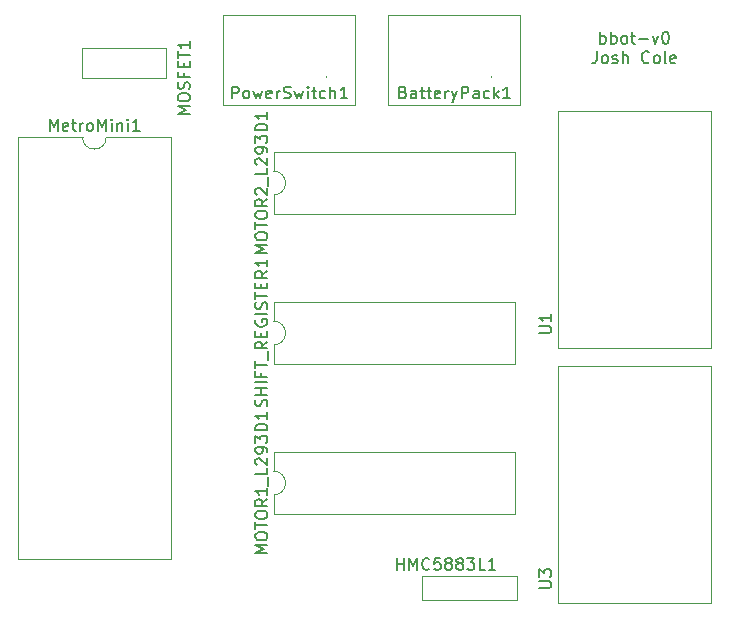
<source format=gbr>
%TF.GenerationSoftware,KiCad,Pcbnew,(5.1.9)-1*%
%TF.CreationDate,2021-04-06T18:47:30-07:00*%
%TF.ProjectId,bbot-pcb,62626f74-2d70-4636-922e-6b696361645f,rev?*%
%TF.SameCoordinates,Original*%
%TF.FileFunction,Legend,Top*%
%TF.FilePolarity,Positive*%
%FSLAX46Y46*%
G04 Gerber Fmt 4.6, Leading zero omitted, Abs format (unit mm)*
G04 Created by KiCad (PCBNEW (5.1.9)-1) date 2021-04-06 18:47:30*
%MOMM*%
%LPD*%
G01*
G04 APERTURE LIST*
%ADD10C,0.150000*%
%ADD11C,0.120000*%
G04 APERTURE END LIST*
D10*
X173649047Y-60587380D02*
X173649047Y-59587380D01*
X173649047Y-59968333D02*
X173744285Y-59920714D01*
X173934761Y-59920714D01*
X174030000Y-59968333D01*
X174077619Y-60015952D01*
X174125238Y-60111190D01*
X174125238Y-60396904D01*
X174077619Y-60492142D01*
X174030000Y-60539761D01*
X173934761Y-60587380D01*
X173744285Y-60587380D01*
X173649047Y-60539761D01*
X174553809Y-60587380D02*
X174553809Y-59587380D01*
X174553809Y-59968333D02*
X174649047Y-59920714D01*
X174839523Y-59920714D01*
X174934761Y-59968333D01*
X174982380Y-60015952D01*
X175030000Y-60111190D01*
X175030000Y-60396904D01*
X174982380Y-60492142D01*
X174934761Y-60539761D01*
X174839523Y-60587380D01*
X174649047Y-60587380D01*
X174553809Y-60539761D01*
X175601428Y-60587380D02*
X175506190Y-60539761D01*
X175458571Y-60492142D01*
X175410952Y-60396904D01*
X175410952Y-60111190D01*
X175458571Y-60015952D01*
X175506190Y-59968333D01*
X175601428Y-59920714D01*
X175744285Y-59920714D01*
X175839523Y-59968333D01*
X175887142Y-60015952D01*
X175934761Y-60111190D01*
X175934761Y-60396904D01*
X175887142Y-60492142D01*
X175839523Y-60539761D01*
X175744285Y-60587380D01*
X175601428Y-60587380D01*
X176220476Y-59920714D02*
X176601428Y-59920714D01*
X176363333Y-59587380D02*
X176363333Y-60444523D01*
X176410952Y-60539761D01*
X176506190Y-60587380D01*
X176601428Y-60587380D01*
X176934761Y-60206428D02*
X177696666Y-60206428D01*
X178077619Y-59920714D02*
X178315714Y-60587380D01*
X178553809Y-59920714D01*
X179125238Y-59587380D02*
X179220476Y-59587380D01*
X179315714Y-59635000D01*
X179363333Y-59682619D01*
X179410952Y-59777857D01*
X179458571Y-59968333D01*
X179458571Y-60206428D01*
X179410952Y-60396904D01*
X179363333Y-60492142D01*
X179315714Y-60539761D01*
X179220476Y-60587380D01*
X179125238Y-60587380D01*
X179030000Y-60539761D01*
X178982380Y-60492142D01*
X178934761Y-60396904D01*
X178887142Y-60206428D01*
X178887142Y-59968333D01*
X178934761Y-59777857D01*
X178982380Y-59682619D01*
X179030000Y-59635000D01*
X179125238Y-59587380D01*
X173339523Y-61237380D02*
X173339523Y-61951666D01*
X173291904Y-62094523D01*
X173196666Y-62189761D01*
X173053809Y-62237380D01*
X172958571Y-62237380D01*
X173958571Y-62237380D02*
X173863333Y-62189761D01*
X173815714Y-62142142D01*
X173768095Y-62046904D01*
X173768095Y-61761190D01*
X173815714Y-61665952D01*
X173863333Y-61618333D01*
X173958571Y-61570714D01*
X174101428Y-61570714D01*
X174196666Y-61618333D01*
X174244285Y-61665952D01*
X174291904Y-61761190D01*
X174291904Y-62046904D01*
X174244285Y-62142142D01*
X174196666Y-62189761D01*
X174101428Y-62237380D01*
X173958571Y-62237380D01*
X174672857Y-62189761D02*
X174768095Y-62237380D01*
X174958571Y-62237380D01*
X175053809Y-62189761D01*
X175101428Y-62094523D01*
X175101428Y-62046904D01*
X175053809Y-61951666D01*
X174958571Y-61904047D01*
X174815714Y-61904047D01*
X174720476Y-61856428D01*
X174672857Y-61761190D01*
X174672857Y-61713571D01*
X174720476Y-61618333D01*
X174815714Y-61570714D01*
X174958571Y-61570714D01*
X175053809Y-61618333D01*
X175530000Y-62237380D02*
X175530000Y-61237380D01*
X175958571Y-62237380D02*
X175958571Y-61713571D01*
X175910952Y-61618333D01*
X175815714Y-61570714D01*
X175672857Y-61570714D01*
X175577619Y-61618333D01*
X175530000Y-61665952D01*
X177768095Y-62142142D02*
X177720476Y-62189761D01*
X177577619Y-62237380D01*
X177482380Y-62237380D01*
X177339523Y-62189761D01*
X177244285Y-62094523D01*
X177196666Y-61999285D01*
X177149047Y-61808809D01*
X177149047Y-61665952D01*
X177196666Y-61475476D01*
X177244285Y-61380238D01*
X177339523Y-61285000D01*
X177482380Y-61237380D01*
X177577619Y-61237380D01*
X177720476Y-61285000D01*
X177768095Y-61332619D01*
X178339523Y-62237380D02*
X178244285Y-62189761D01*
X178196666Y-62142142D01*
X178149047Y-62046904D01*
X178149047Y-61761190D01*
X178196666Y-61665952D01*
X178244285Y-61618333D01*
X178339523Y-61570714D01*
X178482380Y-61570714D01*
X178577619Y-61618333D01*
X178625238Y-61665952D01*
X178672857Y-61761190D01*
X178672857Y-62046904D01*
X178625238Y-62142142D01*
X178577619Y-62189761D01*
X178482380Y-62237380D01*
X178339523Y-62237380D01*
X179244285Y-62237380D02*
X179149047Y-62189761D01*
X179101428Y-62094523D01*
X179101428Y-61237380D01*
X180006190Y-62189761D02*
X179910952Y-62237380D01*
X179720476Y-62237380D01*
X179625238Y-62189761D01*
X179577619Y-62094523D01*
X179577619Y-61713571D01*
X179625238Y-61618333D01*
X179720476Y-61570714D01*
X179910952Y-61570714D01*
X180006190Y-61618333D01*
X180053809Y-61713571D01*
X180053809Y-61808809D01*
X179577619Y-61904047D01*
D11*
%TO.C,BatteryPack1*%
X164390000Y-63430000D02*
X164390000Y-63330000D01*
X155702000Y-58166000D02*
X166878000Y-58166000D01*
X166878000Y-58166000D02*
X166878000Y-65786000D01*
X166878000Y-65786000D02*
X155702000Y-65786000D01*
X155702000Y-65786000D02*
X155702000Y-58166000D01*
%TO.C,PowerSwitch1*%
X150420000Y-63430000D02*
X150420000Y-63330000D01*
X141732000Y-58166000D02*
X152908000Y-58166000D01*
X152908000Y-58166000D02*
X152908000Y-65786000D01*
X152908000Y-65786000D02*
X141732000Y-65786000D01*
X141732000Y-65786000D02*
X141732000Y-58166000D01*
%TO.C,MetroMini1*%
X131810000Y-68520000D02*
G75*
G02*
X129810000Y-68520000I-1000000J0D01*
G01*
X129810000Y-68520000D02*
X124350000Y-68520000D01*
X124350000Y-68520000D02*
X124350000Y-104200000D01*
X124350000Y-104200000D02*
X137270000Y-104200000D01*
X137270000Y-104200000D02*
X137270000Y-68520000D01*
X137270000Y-68520000D02*
X131810000Y-68520000D01*
%TO.C,MOTOR1_L293D1*%
X145990000Y-96790000D02*
G75*
G02*
X145990000Y-98790000I0J-1000000D01*
G01*
X145990000Y-98790000D02*
X145990000Y-100440000D01*
X145990000Y-100440000D02*
X166430000Y-100440000D01*
X166430000Y-100440000D02*
X166430000Y-95140000D01*
X166430000Y-95140000D02*
X145990000Y-95140000D01*
X145990000Y-95140000D02*
X145990000Y-96790000D01*
%TO.C,MOTOR2_L293D1*%
X145990000Y-71390000D02*
G75*
G02*
X145990000Y-73390000I0J-1000000D01*
G01*
X145990000Y-73390000D02*
X145990000Y-75040000D01*
X145990000Y-75040000D02*
X166430000Y-75040000D01*
X166430000Y-75040000D02*
X166430000Y-69740000D01*
X166430000Y-69740000D02*
X145990000Y-69740000D01*
X145990000Y-69740000D02*
X145990000Y-71390000D01*
%TO.C,SHIFT_REGISTER1*%
X145990000Y-84090000D02*
G75*
G02*
X145990000Y-86090000I0J-1000000D01*
G01*
X145990000Y-86090000D02*
X145990000Y-87740000D01*
X145990000Y-87740000D02*
X166430000Y-87740000D01*
X166430000Y-87740000D02*
X166430000Y-82440000D01*
X166430000Y-82440000D02*
X145990000Y-82440000D01*
X145990000Y-82440000D02*
X145990000Y-84090000D01*
%TO.C,U1*%
X170030000Y-86320000D02*
X176530000Y-86320000D01*
X170030000Y-66320000D02*
X170030000Y-86320000D01*
X183030000Y-66320000D02*
X170030000Y-66320000D01*
X183030000Y-86320000D02*
X183030000Y-66320000D01*
X176530000Y-86320000D02*
X183030000Y-86320000D01*
%TO.C,HMC5883L1*%
X166560000Y-105680000D02*
X158560000Y-105680000D01*
X166560000Y-107680000D02*
X166560000Y-105680000D01*
X158560000Y-107680000D02*
X166560000Y-107680000D01*
X158560000Y-105680000D02*
X158560000Y-107680000D01*
%TO.C,U3*%
X170030000Y-107910000D02*
X176530000Y-107910000D01*
X170030000Y-87910000D02*
X170030000Y-107910000D01*
X183030000Y-87910000D02*
X170030000Y-87910000D01*
X183030000Y-107910000D02*
X183030000Y-87910000D01*
X176530000Y-107910000D02*
X183030000Y-107910000D01*
%TO.C,MOSFET1*%
X129794000Y-63500000D02*
X136906000Y-63500000D01*
X129794000Y-60960000D02*
X129794000Y-63500000D01*
X136906000Y-60960000D02*
X129794000Y-60960000D01*
X136906000Y-63500000D02*
X136906000Y-60960000D01*
%TO.C,BatteryPack1*%
D10*
X156956666Y-64698571D02*
X157099523Y-64746190D01*
X157147142Y-64793809D01*
X157194761Y-64889047D01*
X157194761Y-65031904D01*
X157147142Y-65127142D01*
X157099523Y-65174761D01*
X157004285Y-65222380D01*
X156623333Y-65222380D01*
X156623333Y-64222380D01*
X156956666Y-64222380D01*
X157051904Y-64270000D01*
X157099523Y-64317619D01*
X157147142Y-64412857D01*
X157147142Y-64508095D01*
X157099523Y-64603333D01*
X157051904Y-64650952D01*
X156956666Y-64698571D01*
X156623333Y-64698571D01*
X158051904Y-65222380D02*
X158051904Y-64698571D01*
X158004285Y-64603333D01*
X157909047Y-64555714D01*
X157718571Y-64555714D01*
X157623333Y-64603333D01*
X158051904Y-65174761D02*
X157956666Y-65222380D01*
X157718571Y-65222380D01*
X157623333Y-65174761D01*
X157575714Y-65079523D01*
X157575714Y-64984285D01*
X157623333Y-64889047D01*
X157718571Y-64841428D01*
X157956666Y-64841428D01*
X158051904Y-64793809D01*
X158385238Y-64555714D02*
X158766190Y-64555714D01*
X158528095Y-64222380D02*
X158528095Y-65079523D01*
X158575714Y-65174761D01*
X158670952Y-65222380D01*
X158766190Y-65222380D01*
X158956666Y-64555714D02*
X159337619Y-64555714D01*
X159099523Y-64222380D02*
X159099523Y-65079523D01*
X159147142Y-65174761D01*
X159242380Y-65222380D01*
X159337619Y-65222380D01*
X160051904Y-65174761D02*
X159956666Y-65222380D01*
X159766190Y-65222380D01*
X159670952Y-65174761D01*
X159623333Y-65079523D01*
X159623333Y-64698571D01*
X159670952Y-64603333D01*
X159766190Y-64555714D01*
X159956666Y-64555714D01*
X160051904Y-64603333D01*
X160099523Y-64698571D01*
X160099523Y-64793809D01*
X159623333Y-64889047D01*
X160528095Y-65222380D02*
X160528095Y-64555714D01*
X160528095Y-64746190D02*
X160575714Y-64650952D01*
X160623333Y-64603333D01*
X160718571Y-64555714D01*
X160813809Y-64555714D01*
X161051904Y-64555714D02*
X161290000Y-65222380D01*
X161528095Y-64555714D02*
X161290000Y-65222380D01*
X161194761Y-65460476D01*
X161147142Y-65508095D01*
X161051904Y-65555714D01*
X161909047Y-65222380D02*
X161909047Y-64222380D01*
X162290000Y-64222380D01*
X162385238Y-64270000D01*
X162432857Y-64317619D01*
X162480476Y-64412857D01*
X162480476Y-64555714D01*
X162432857Y-64650952D01*
X162385238Y-64698571D01*
X162290000Y-64746190D01*
X161909047Y-64746190D01*
X163337619Y-65222380D02*
X163337619Y-64698571D01*
X163290000Y-64603333D01*
X163194761Y-64555714D01*
X163004285Y-64555714D01*
X162909047Y-64603333D01*
X163337619Y-65174761D02*
X163242380Y-65222380D01*
X163004285Y-65222380D01*
X162909047Y-65174761D01*
X162861428Y-65079523D01*
X162861428Y-64984285D01*
X162909047Y-64889047D01*
X163004285Y-64841428D01*
X163242380Y-64841428D01*
X163337619Y-64793809D01*
X164242380Y-65174761D02*
X164147142Y-65222380D01*
X163956666Y-65222380D01*
X163861428Y-65174761D01*
X163813809Y-65127142D01*
X163766190Y-65031904D01*
X163766190Y-64746190D01*
X163813809Y-64650952D01*
X163861428Y-64603333D01*
X163956666Y-64555714D01*
X164147142Y-64555714D01*
X164242380Y-64603333D01*
X164670952Y-65222380D02*
X164670952Y-64222380D01*
X164766190Y-64841428D02*
X165051904Y-65222380D01*
X165051904Y-64555714D02*
X164670952Y-64936666D01*
X166004285Y-65222380D02*
X165432857Y-65222380D01*
X165718571Y-65222380D02*
X165718571Y-64222380D01*
X165623333Y-64365238D01*
X165528095Y-64460476D01*
X165432857Y-64508095D01*
%TO.C,PowerSwitch1*%
X142462857Y-65222380D02*
X142462857Y-64222380D01*
X142843809Y-64222380D01*
X142939047Y-64270000D01*
X142986666Y-64317619D01*
X143034285Y-64412857D01*
X143034285Y-64555714D01*
X142986666Y-64650952D01*
X142939047Y-64698571D01*
X142843809Y-64746190D01*
X142462857Y-64746190D01*
X143605714Y-65222380D02*
X143510476Y-65174761D01*
X143462857Y-65127142D01*
X143415238Y-65031904D01*
X143415238Y-64746190D01*
X143462857Y-64650952D01*
X143510476Y-64603333D01*
X143605714Y-64555714D01*
X143748571Y-64555714D01*
X143843809Y-64603333D01*
X143891428Y-64650952D01*
X143939047Y-64746190D01*
X143939047Y-65031904D01*
X143891428Y-65127142D01*
X143843809Y-65174761D01*
X143748571Y-65222380D01*
X143605714Y-65222380D01*
X144272380Y-64555714D02*
X144462857Y-65222380D01*
X144653333Y-64746190D01*
X144843809Y-65222380D01*
X145034285Y-64555714D01*
X145796190Y-65174761D02*
X145700952Y-65222380D01*
X145510476Y-65222380D01*
X145415238Y-65174761D01*
X145367619Y-65079523D01*
X145367619Y-64698571D01*
X145415238Y-64603333D01*
X145510476Y-64555714D01*
X145700952Y-64555714D01*
X145796190Y-64603333D01*
X145843809Y-64698571D01*
X145843809Y-64793809D01*
X145367619Y-64889047D01*
X146272380Y-65222380D02*
X146272380Y-64555714D01*
X146272380Y-64746190D02*
X146320000Y-64650952D01*
X146367619Y-64603333D01*
X146462857Y-64555714D01*
X146558095Y-64555714D01*
X146843809Y-65174761D02*
X146986666Y-65222380D01*
X147224761Y-65222380D01*
X147320000Y-65174761D01*
X147367619Y-65127142D01*
X147415238Y-65031904D01*
X147415238Y-64936666D01*
X147367619Y-64841428D01*
X147320000Y-64793809D01*
X147224761Y-64746190D01*
X147034285Y-64698571D01*
X146939047Y-64650952D01*
X146891428Y-64603333D01*
X146843809Y-64508095D01*
X146843809Y-64412857D01*
X146891428Y-64317619D01*
X146939047Y-64270000D01*
X147034285Y-64222380D01*
X147272380Y-64222380D01*
X147415238Y-64270000D01*
X147748571Y-64555714D02*
X147939047Y-65222380D01*
X148129523Y-64746190D01*
X148320000Y-65222380D01*
X148510476Y-64555714D01*
X148891428Y-65222380D02*
X148891428Y-64555714D01*
X148891428Y-64222380D02*
X148843809Y-64270000D01*
X148891428Y-64317619D01*
X148939047Y-64270000D01*
X148891428Y-64222380D01*
X148891428Y-64317619D01*
X149224761Y-64555714D02*
X149605714Y-64555714D01*
X149367619Y-64222380D02*
X149367619Y-65079523D01*
X149415238Y-65174761D01*
X149510476Y-65222380D01*
X149605714Y-65222380D01*
X150367619Y-65174761D02*
X150272380Y-65222380D01*
X150081904Y-65222380D01*
X149986666Y-65174761D01*
X149939047Y-65127142D01*
X149891428Y-65031904D01*
X149891428Y-64746190D01*
X149939047Y-64650952D01*
X149986666Y-64603333D01*
X150081904Y-64555714D01*
X150272380Y-64555714D01*
X150367619Y-64603333D01*
X150796190Y-65222380D02*
X150796190Y-64222380D01*
X151224761Y-65222380D02*
X151224761Y-64698571D01*
X151177142Y-64603333D01*
X151081904Y-64555714D01*
X150939047Y-64555714D01*
X150843809Y-64603333D01*
X150796190Y-64650952D01*
X152224761Y-65222380D02*
X151653333Y-65222380D01*
X151939047Y-65222380D02*
X151939047Y-64222380D01*
X151843809Y-64365238D01*
X151748571Y-64460476D01*
X151653333Y-64508095D01*
%TO.C,MetroMini1*%
X127024285Y-67972380D02*
X127024285Y-66972380D01*
X127357619Y-67686666D01*
X127690952Y-66972380D01*
X127690952Y-67972380D01*
X128548095Y-67924761D02*
X128452857Y-67972380D01*
X128262380Y-67972380D01*
X128167142Y-67924761D01*
X128119523Y-67829523D01*
X128119523Y-67448571D01*
X128167142Y-67353333D01*
X128262380Y-67305714D01*
X128452857Y-67305714D01*
X128548095Y-67353333D01*
X128595714Y-67448571D01*
X128595714Y-67543809D01*
X128119523Y-67639047D01*
X128881428Y-67305714D02*
X129262380Y-67305714D01*
X129024285Y-66972380D02*
X129024285Y-67829523D01*
X129071904Y-67924761D01*
X129167142Y-67972380D01*
X129262380Y-67972380D01*
X129595714Y-67972380D02*
X129595714Y-67305714D01*
X129595714Y-67496190D02*
X129643333Y-67400952D01*
X129690952Y-67353333D01*
X129786190Y-67305714D01*
X129881428Y-67305714D01*
X130357619Y-67972380D02*
X130262380Y-67924761D01*
X130214761Y-67877142D01*
X130167142Y-67781904D01*
X130167142Y-67496190D01*
X130214761Y-67400952D01*
X130262380Y-67353333D01*
X130357619Y-67305714D01*
X130500476Y-67305714D01*
X130595714Y-67353333D01*
X130643333Y-67400952D01*
X130690952Y-67496190D01*
X130690952Y-67781904D01*
X130643333Y-67877142D01*
X130595714Y-67924761D01*
X130500476Y-67972380D01*
X130357619Y-67972380D01*
X131119523Y-67972380D02*
X131119523Y-66972380D01*
X131452857Y-67686666D01*
X131786190Y-66972380D01*
X131786190Y-67972380D01*
X132262380Y-67972380D02*
X132262380Y-67305714D01*
X132262380Y-66972380D02*
X132214761Y-67020000D01*
X132262380Y-67067619D01*
X132310000Y-67020000D01*
X132262380Y-66972380D01*
X132262380Y-67067619D01*
X132738571Y-67305714D02*
X132738571Y-67972380D01*
X132738571Y-67400952D02*
X132786190Y-67353333D01*
X132881428Y-67305714D01*
X133024285Y-67305714D01*
X133119523Y-67353333D01*
X133167142Y-67448571D01*
X133167142Y-67972380D01*
X133643333Y-67972380D02*
X133643333Y-67305714D01*
X133643333Y-66972380D02*
X133595714Y-67020000D01*
X133643333Y-67067619D01*
X133690952Y-67020000D01*
X133643333Y-66972380D01*
X133643333Y-67067619D01*
X134643333Y-67972380D02*
X134071904Y-67972380D01*
X134357619Y-67972380D02*
X134357619Y-66972380D01*
X134262380Y-67115238D01*
X134167142Y-67210476D01*
X134071904Y-67258095D01*
%TO.C,MOTOR1_L293D1*%
X145442380Y-103718571D02*
X144442380Y-103718571D01*
X145156666Y-103385238D01*
X144442380Y-103051904D01*
X145442380Y-103051904D01*
X144442380Y-102385238D02*
X144442380Y-102194761D01*
X144490000Y-102099523D01*
X144585238Y-102004285D01*
X144775714Y-101956666D01*
X145109047Y-101956666D01*
X145299523Y-102004285D01*
X145394761Y-102099523D01*
X145442380Y-102194761D01*
X145442380Y-102385238D01*
X145394761Y-102480476D01*
X145299523Y-102575714D01*
X145109047Y-102623333D01*
X144775714Y-102623333D01*
X144585238Y-102575714D01*
X144490000Y-102480476D01*
X144442380Y-102385238D01*
X144442380Y-101670952D02*
X144442380Y-101099523D01*
X145442380Y-101385238D02*
X144442380Y-101385238D01*
X144442380Y-100575714D02*
X144442380Y-100385238D01*
X144490000Y-100290000D01*
X144585238Y-100194761D01*
X144775714Y-100147142D01*
X145109047Y-100147142D01*
X145299523Y-100194761D01*
X145394761Y-100290000D01*
X145442380Y-100385238D01*
X145442380Y-100575714D01*
X145394761Y-100670952D01*
X145299523Y-100766190D01*
X145109047Y-100813809D01*
X144775714Y-100813809D01*
X144585238Y-100766190D01*
X144490000Y-100670952D01*
X144442380Y-100575714D01*
X145442380Y-99147142D02*
X144966190Y-99480476D01*
X145442380Y-99718571D02*
X144442380Y-99718571D01*
X144442380Y-99337619D01*
X144490000Y-99242380D01*
X144537619Y-99194761D01*
X144632857Y-99147142D01*
X144775714Y-99147142D01*
X144870952Y-99194761D01*
X144918571Y-99242380D01*
X144966190Y-99337619D01*
X144966190Y-99718571D01*
X145442380Y-98194761D02*
X145442380Y-98766190D01*
X145442380Y-98480476D02*
X144442380Y-98480476D01*
X144585238Y-98575714D01*
X144680476Y-98670952D01*
X144728095Y-98766190D01*
X145537619Y-98004285D02*
X145537619Y-97242380D01*
X145442380Y-96528095D02*
X145442380Y-97004285D01*
X144442380Y-97004285D01*
X144537619Y-96242380D02*
X144490000Y-96194761D01*
X144442380Y-96099523D01*
X144442380Y-95861428D01*
X144490000Y-95766190D01*
X144537619Y-95718571D01*
X144632857Y-95670952D01*
X144728095Y-95670952D01*
X144870952Y-95718571D01*
X145442380Y-96290000D01*
X145442380Y-95670952D01*
X145442380Y-95194761D02*
X145442380Y-95004285D01*
X145394761Y-94909047D01*
X145347142Y-94861428D01*
X145204285Y-94766190D01*
X145013809Y-94718571D01*
X144632857Y-94718571D01*
X144537619Y-94766190D01*
X144490000Y-94813809D01*
X144442380Y-94909047D01*
X144442380Y-95099523D01*
X144490000Y-95194761D01*
X144537619Y-95242380D01*
X144632857Y-95290000D01*
X144870952Y-95290000D01*
X144966190Y-95242380D01*
X145013809Y-95194761D01*
X145061428Y-95099523D01*
X145061428Y-94909047D01*
X145013809Y-94813809D01*
X144966190Y-94766190D01*
X144870952Y-94718571D01*
X144442380Y-94385238D02*
X144442380Y-93766190D01*
X144823333Y-94099523D01*
X144823333Y-93956666D01*
X144870952Y-93861428D01*
X144918571Y-93813809D01*
X145013809Y-93766190D01*
X145251904Y-93766190D01*
X145347142Y-93813809D01*
X145394761Y-93861428D01*
X145442380Y-93956666D01*
X145442380Y-94242380D01*
X145394761Y-94337619D01*
X145347142Y-94385238D01*
X145442380Y-93337619D02*
X144442380Y-93337619D01*
X144442380Y-93099523D01*
X144490000Y-92956666D01*
X144585238Y-92861428D01*
X144680476Y-92813809D01*
X144870952Y-92766190D01*
X145013809Y-92766190D01*
X145204285Y-92813809D01*
X145299523Y-92861428D01*
X145394761Y-92956666D01*
X145442380Y-93099523D01*
X145442380Y-93337619D01*
X145442380Y-91813809D02*
X145442380Y-92385238D01*
X145442380Y-92099523D02*
X144442380Y-92099523D01*
X144585238Y-92194761D01*
X144680476Y-92290000D01*
X144728095Y-92385238D01*
%TO.C,MOTOR2_L293D1*%
X145442380Y-78318571D02*
X144442380Y-78318571D01*
X145156666Y-77985238D01*
X144442380Y-77651904D01*
X145442380Y-77651904D01*
X144442380Y-76985238D02*
X144442380Y-76794761D01*
X144490000Y-76699523D01*
X144585238Y-76604285D01*
X144775714Y-76556666D01*
X145109047Y-76556666D01*
X145299523Y-76604285D01*
X145394761Y-76699523D01*
X145442380Y-76794761D01*
X145442380Y-76985238D01*
X145394761Y-77080476D01*
X145299523Y-77175714D01*
X145109047Y-77223333D01*
X144775714Y-77223333D01*
X144585238Y-77175714D01*
X144490000Y-77080476D01*
X144442380Y-76985238D01*
X144442380Y-76270952D02*
X144442380Y-75699523D01*
X145442380Y-75985238D02*
X144442380Y-75985238D01*
X144442380Y-75175714D02*
X144442380Y-74985238D01*
X144490000Y-74890000D01*
X144585238Y-74794761D01*
X144775714Y-74747142D01*
X145109047Y-74747142D01*
X145299523Y-74794761D01*
X145394761Y-74890000D01*
X145442380Y-74985238D01*
X145442380Y-75175714D01*
X145394761Y-75270952D01*
X145299523Y-75366190D01*
X145109047Y-75413809D01*
X144775714Y-75413809D01*
X144585238Y-75366190D01*
X144490000Y-75270952D01*
X144442380Y-75175714D01*
X145442380Y-73747142D02*
X144966190Y-74080476D01*
X145442380Y-74318571D02*
X144442380Y-74318571D01*
X144442380Y-73937619D01*
X144490000Y-73842380D01*
X144537619Y-73794761D01*
X144632857Y-73747142D01*
X144775714Y-73747142D01*
X144870952Y-73794761D01*
X144918571Y-73842380D01*
X144966190Y-73937619D01*
X144966190Y-74318571D01*
X144537619Y-73366190D02*
X144490000Y-73318571D01*
X144442380Y-73223333D01*
X144442380Y-72985238D01*
X144490000Y-72890000D01*
X144537619Y-72842380D01*
X144632857Y-72794761D01*
X144728095Y-72794761D01*
X144870952Y-72842380D01*
X145442380Y-73413809D01*
X145442380Y-72794761D01*
X145537619Y-72604285D02*
X145537619Y-71842380D01*
X145442380Y-71128095D02*
X145442380Y-71604285D01*
X144442380Y-71604285D01*
X144537619Y-70842380D02*
X144490000Y-70794761D01*
X144442380Y-70699523D01*
X144442380Y-70461428D01*
X144490000Y-70366190D01*
X144537619Y-70318571D01*
X144632857Y-70270952D01*
X144728095Y-70270952D01*
X144870952Y-70318571D01*
X145442380Y-70890000D01*
X145442380Y-70270952D01*
X145442380Y-69794761D02*
X145442380Y-69604285D01*
X145394761Y-69509047D01*
X145347142Y-69461428D01*
X145204285Y-69366190D01*
X145013809Y-69318571D01*
X144632857Y-69318571D01*
X144537619Y-69366190D01*
X144490000Y-69413809D01*
X144442380Y-69509047D01*
X144442380Y-69699523D01*
X144490000Y-69794761D01*
X144537619Y-69842380D01*
X144632857Y-69890000D01*
X144870952Y-69890000D01*
X144966190Y-69842380D01*
X145013809Y-69794761D01*
X145061428Y-69699523D01*
X145061428Y-69509047D01*
X145013809Y-69413809D01*
X144966190Y-69366190D01*
X144870952Y-69318571D01*
X144442380Y-68985238D02*
X144442380Y-68366190D01*
X144823333Y-68699523D01*
X144823333Y-68556666D01*
X144870952Y-68461428D01*
X144918571Y-68413809D01*
X145013809Y-68366190D01*
X145251904Y-68366190D01*
X145347142Y-68413809D01*
X145394761Y-68461428D01*
X145442380Y-68556666D01*
X145442380Y-68842380D01*
X145394761Y-68937619D01*
X145347142Y-68985238D01*
X145442380Y-67937619D02*
X144442380Y-67937619D01*
X144442380Y-67699523D01*
X144490000Y-67556666D01*
X144585238Y-67461428D01*
X144680476Y-67413809D01*
X144870952Y-67366190D01*
X145013809Y-67366190D01*
X145204285Y-67413809D01*
X145299523Y-67461428D01*
X145394761Y-67556666D01*
X145442380Y-67699523D01*
X145442380Y-67937619D01*
X145442380Y-66413809D02*
X145442380Y-66985238D01*
X145442380Y-66699523D02*
X144442380Y-66699523D01*
X144585238Y-66794761D01*
X144680476Y-66890000D01*
X144728095Y-66985238D01*
%TO.C,SHIFT_REGISTER1*%
X145394761Y-91304285D02*
X145442380Y-91161428D01*
X145442380Y-90923333D01*
X145394761Y-90828095D01*
X145347142Y-90780476D01*
X145251904Y-90732857D01*
X145156666Y-90732857D01*
X145061428Y-90780476D01*
X145013809Y-90828095D01*
X144966190Y-90923333D01*
X144918571Y-91113809D01*
X144870952Y-91209047D01*
X144823333Y-91256666D01*
X144728095Y-91304285D01*
X144632857Y-91304285D01*
X144537619Y-91256666D01*
X144490000Y-91209047D01*
X144442380Y-91113809D01*
X144442380Y-90875714D01*
X144490000Y-90732857D01*
X145442380Y-90304285D02*
X144442380Y-90304285D01*
X144918571Y-90304285D02*
X144918571Y-89732857D01*
X145442380Y-89732857D02*
X144442380Y-89732857D01*
X145442380Y-89256666D02*
X144442380Y-89256666D01*
X144918571Y-88447142D02*
X144918571Y-88780476D01*
X145442380Y-88780476D02*
X144442380Y-88780476D01*
X144442380Y-88304285D01*
X144442380Y-88066190D02*
X144442380Y-87494761D01*
X145442380Y-87780476D02*
X144442380Y-87780476D01*
X145537619Y-87399523D02*
X145537619Y-86637619D01*
X145442380Y-85828095D02*
X144966190Y-86161428D01*
X145442380Y-86399523D02*
X144442380Y-86399523D01*
X144442380Y-86018571D01*
X144490000Y-85923333D01*
X144537619Y-85875714D01*
X144632857Y-85828095D01*
X144775714Y-85828095D01*
X144870952Y-85875714D01*
X144918571Y-85923333D01*
X144966190Y-86018571D01*
X144966190Y-86399523D01*
X144918571Y-85399523D02*
X144918571Y-85066190D01*
X145442380Y-84923333D02*
X145442380Y-85399523D01*
X144442380Y-85399523D01*
X144442380Y-84923333D01*
X144490000Y-83970952D02*
X144442380Y-84066190D01*
X144442380Y-84209047D01*
X144490000Y-84351904D01*
X144585238Y-84447142D01*
X144680476Y-84494761D01*
X144870952Y-84542380D01*
X145013809Y-84542380D01*
X145204285Y-84494761D01*
X145299523Y-84447142D01*
X145394761Y-84351904D01*
X145442380Y-84209047D01*
X145442380Y-84113809D01*
X145394761Y-83970952D01*
X145347142Y-83923333D01*
X145013809Y-83923333D01*
X145013809Y-84113809D01*
X145442380Y-83494761D02*
X144442380Y-83494761D01*
X145394761Y-83066190D02*
X145442380Y-82923333D01*
X145442380Y-82685238D01*
X145394761Y-82590000D01*
X145347142Y-82542380D01*
X145251904Y-82494761D01*
X145156666Y-82494761D01*
X145061428Y-82542380D01*
X145013809Y-82590000D01*
X144966190Y-82685238D01*
X144918571Y-82875714D01*
X144870952Y-82970952D01*
X144823333Y-83018571D01*
X144728095Y-83066190D01*
X144632857Y-83066190D01*
X144537619Y-83018571D01*
X144490000Y-82970952D01*
X144442380Y-82875714D01*
X144442380Y-82637619D01*
X144490000Y-82494761D01*
X144442380Y-82209047D02*
X144442380Y-81637619D01*
X145442380Y-81923333D02*
X144442380Y-81923333D01*
X144918571Y-81304285D02*
X144918571Y-80970952D01*
X145442380Y-80828095D02*
X145442380Y-81304285D01*
X144442380Y-81304285D01*
X144442380Y-80828095D01*
X145442380Y-79828095D02*
X144966190Y-80161428D01*
X145442380Y-80399523D02*
X144442380Y-80399523D01*
X144442380Y-80018571D01*
X144490000Y-79923333D01*
X144537619Y-79875714D01*
X144632857Y-79828095D01*
X144775714Y-79828095D01*
X144870952Y-79875714D01*
X144918571Y-79923333D01*
X144966190Y-80018571D01*
X144966190Y-80399523D01*
X145442380Y-78875714D02*
X145442380Y-79447142D01*
X145442380Y-79161428D02*
X144442380Y-79161428D01*
X144585238Y-79256666D01*
X144680476Y-79351904D01*
X144728095Y-79447142D01*
%TO.C,U1*%
X168482380Y-85081904D02*
X169291904Y-85081904D01*
X169387142Y-85034285D01*
X169434761Y-84986666D01*
X169482380Y-84891428D01*
X169482380Y-84700952D01*
X169434761Y-84605714D01*
X169387142Y-84558095D01*
X169291904Y-84510476D01*
X168482380Y-84510476D01*
X169482380Y-83510476D02*
X169482380Y-84081904D01*
X169482380Y-83796190D02*
X168482380Y-83796190D01*
X168625238Y-83891428D01*
X168720476Y-83986666D01*
X168768095Y-84081904D01*
%TO.C,HMC5883L1*%
X156417142Y-105132380D02*
X156417142Y-104132380D01*
X156417142Y-104608571D02*
X156988571Y-104608571D01*
X156988571Y-105132380D02*
X156988571Y-104132380D01*
X157464761Y-105132380D02*
X157464761Y-104132380D01*
X157798095Y-104846666D01*
X158131428Y-104132380D01*
X158131428Y-105132380D01*
X159179047Y-105037142D02*
X159131428Y-105084761D01*
X158988571Y-105132380D01*
X158893333Y-105132380D01*
X158750476Y-105084761D01*
X158655238Y-104989523D01*
X158607619Y-104894285D01*
X158560000Y-104703809D01*
X158560000Y-104560952D01*
X158607619Y-104370476D01*
X158655238Y-104275238D01*
X158750476Y-104180000D01*
X158893333Y-104132380D01*
X158988571Y-104132380D01*
X159131428Y-104180000D01*
X159179047Y-104227619D01*
X160083809Y-104132380D02*
X159607619Y-104132380D01*
X159560000Y-104608571D01*
X159607619Y-104560952D01*
X159702857Y-104513333D01*
X159940952Y-104513333D01*
X160036190Y-104560952D01*
X160083809Y-104608571D01*
X160131428Y-104703809D01*
X160131428Y-104941904D01*
X160083809Y-105037142D01*
X160036190Y-105084761D01*
X159940952Y-105132380D01*
X159702857Y-105132380D01*
X159607619Y-105084761D01*
X159560000Y-105037142D01*
X160702857Y-104560952D02*
X160607619Y-104513333D01*
X160560000Y-104465714D01*
X160512380Y-104370476D01*
X160512380Y-104322857D01*
X160560000Y-104227619D01*
X160607619Y-104180000D01*
X160702857Y-104132380D01*
X160893333Y-104132380D01*
X160988571Y-104180000D01*
X161036190Y-104227619D01*
X161083809Y-104322857D01*
X161083809Y-104370476D01*
X161036190Y-104465714D01*
X160988571Y-104513333D01*
X160893333Y-104560952D01*
X160702857Y-104560952D01*
X160607619Y-104608571D01*
X160560000Y-104656190D01*
X160512380Y-104751428D01*
X160512380Y-104941904D01*
X160560000Y-105037142D01*
X160607619Y-105084761D01*
X160702857Y-105132380D01*
X160893333Y-105132380D01*
X160988571Y-105084761D01*
X161036190Y-105037142D01*
X161083809Y-104941904D01*
X161083809Y-104751428D01*
X161036190Y-104656190D01*
X160988571Y-104608571D01*
X160893333Y-104560952D01*
X161655238Y-104560952D02*
X161560000Y-104513333D01*
X161512380Y-104465714D01*
X161464761Y-104370476D01*
X161464761Y-104322857D01*
X161512380Y-104227619D01*
X161560000Y-104180000D01*
X161655238Y-104132380D01*
X161845714Y-104132380D01*
X161940952Y-104180000D01*
X161988571Y-104227619D01*
X162036190Y-104322857D01*
X162036190Y-104370476D01*
X161988571Y-104465714D01*
X161940952Y-104513333D01*
X161845714Y-104560952D01*
X161655238Y-104560952D01*
X161560000Y-104608571D01*
X161512380Y-104656190D01*
X161464761Y-104751428D01*
X161464761Y-104941904D01*
X161512380Y-105037142D01*
X161560000Y-105084761D01*
X161655238Y-105132380D01*
X161845714Y-105132380D01*
X161940952Y-105084761D01*
X161988571Y-105037142D01*
X162036190Y-104941904D01*
X162036190Y-104751428D01*
X161988571Y-104656190D01*
X161940952Y-104608571D01*
X161845714Y-104560952D01*
X162369523Y-104132380D02*
X162988571Y-104132380D01*
X162655238Y-104513333D01*
X162798095Y-104513333D01*
X162893333Y-104560952D01*
X162940952Y-104608571D01*
X162988571Y-104703809D01*
X162988571Y-104941904D01*
X162940952Y-105037142D01*
X162893333Y-105084761D01*
X162798095Y-105132380D01*
X162512380Y-105132380D01*
X162417142Y-105084761D01*
X162369523Y-105037142D01*
X163893333Y-105132380D02*
X163417142Y-105132380D01*
X163417142Y-104132380D01*
X164750476Y-105132380D02*
X164179047Y-105132380D01*
X164464761Y-105132380D02*
X164464761Y-104132380D01*
X164369523Y-104275238D01*
X164274285Y-104370476D01*
X164179047Y-104418095D01*
%TO.C,U3*%
X168482380Y-106671904D02*
X169291904Y-106671904D01*
X169387142Y-106624285D01*
X169434761Y-106576666D01*
X169482380Y-106481428D01*
X169482380Y-106290952D01*
X169434761Y-106195714D01*
X169387142Y-106148095D01*
X169291904Y-106100476D01*
X168482380Y-106100476D01*
X168482380Y-105719523D02*
X168482380Y-105100476D01*
X168863333Y-105433809D01*
X168863333Y-105290952D01*
X168910952Y-105195714D01*
X168958571Y-105148095D01*
X169053809Y-105100476D01*
X169291904Y-105100476D01*
X169387142Y-105148095D01*
X169434761Y-105195714D01*
X169482380Y-105290952D01*
X169482380Y-105576666D01*
X169434761Y-105671904D01*
X169387142Y-105719523D01*
%TO.C,MOSFET1*%
X138882380Y-66571428D02*
X137882380Y-66571428D01*
X138596666Y-66238095D01*
X137882380Y-65904761D01*
X138882380Y-65904761D01*
X137882380Y-65238095D02*
X137882380Y-65047619D01*
X137930000Y-64952380D01*
X138025238Y-64857142D01*
X138215714Y-64809523D01*
X138549047Y-64809523D01*
X138739523Y-64857142D01*
X138834761Y-64952380D01*
X138882380Y-65047619D01*
X138882380Y-65238095D01*
X138834761Y-65333333D01*
X138739523Y-65428571D01*
X138549047Y-65476190D01*
X138215714Y-65476190D01*
X138025238Y-65428571D01*
X137930000Y-65333333D01*
X137882380Y-65238095D01*
X138834761Y-64428571D02*
X138882380Y-64285714D01*
X138882380Y-64047619D01*
X138834761Y-63952380D01*
X138787142Y-63904761D01*
X138691904Y-63857142D01*
X138596666Y-63857142D01*
X138501428Y-63904761D01*
X138453809Y-63952380D01*
X138406190Y-64047619D01*
X138358571Y-64238095D01*
X138310952Y-64333333D01*
X138263333Y-64380952D01*
X138168095Y-64428571D01*
X138072857Y-64428571D01*
X137977619Y-64380952D01*
X137930000Y-64333333D01*
X137882380Y-64238095D01*
X137882380Y-64000000D01*
X137930000Y-63857142D01*
X138358571Y-63095238D02*
X138358571Y-63428571D01*
X138882380Y-63428571D02*
X137882380Y-63428571D01*
X137882380Y-62952380D01*
X138358571Y-62571428D02*
X138358571Y-62238095D01*
X138882380Y-62095238D02*
X138882380Y-62571428D01*
X137882380Y-62571428D01*
X137882380Y-62095238D01*
X137882380Y-61809523D02*
X137882380Y-61238095D01*
X138882380Y-61523809D02*
X137882380Y-61523809D01*
X138882380Y-60380952D02*
X138882380Y-60952380D01*
X138882380Y-60666666D02*
X137882380Y-60666666D01*
X138025238Y-60761904D01*
X138120476Y-60857142D01*
X138168095Y-60952380D01*
%TD*%
M02*

</source>
